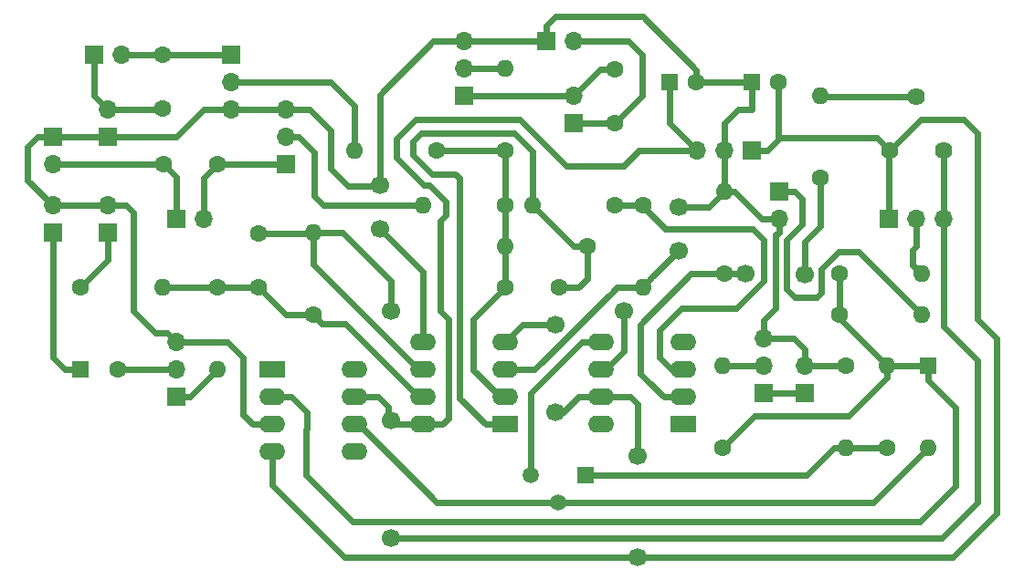
<source format=gbr>
G04 #@! TF.GenerationSoftware,KiCad,Pcbnew,(5.0.2)-1*
G04 #@! TF.CreationDate,2019-03-03T17:22:15+00:00*
G04 #@! TF.ProjectId,vca--autosaaved,7663612d-2d61-4757-946f-736161766564,rev?*
G04 #@! TF.SameCoordinates,Original*
G04 #@! TF.FileFunction,Copper,L2,Bot*
G04 #@! TF.FilePolarity,Positive*
%FSLAX46Y46*%
G04 Gerber Fmt 4.6, Leading zero omitted, Abs format (unit mm)*
G04 Created by KiCad (PCBNEW (5.0.2)-1) date 03/03/2019 17:22:15*
%MOMM*%
%LPD*%
G01*
G04 APERTURE LIST*
G04 #@! TA.AperFunction,ComponentPad*
%ADD10R,2.400000X1.600000*%
G04 #@! TD*
G04 #@! TA.AperFunction,ComponentPad*
%ADD11O,2.400000X1.600000*%
G04 #@! TD*
G04 #@! TA.AperFunction,ComponentPad*
%ADD12C,1.600000*%
G04 #@! TD*
G04 #@! TA.AperFunction,ComponentPad*
%ADD13R,1.600000X1.600000*%
G04 #@! TD*
G04 #@! TA.AperFunction,ComponentPad*
%ADD14O,1.600000X1.600000*%
G04 #@! TD*
G04 #@! TA.AperFunction,ComponentPad*
%ADD15R,1.700000X1.700000*%
G04 #@! TD*
G04 #@! TA.AperFunction,ComponentPad*
%ADD16O,1.700000X1.700000*%
G04 #@! TD*
G04 #@! TA.AperFunction,ComponentPad*
%ADD17C,1.500000*%
G04 #@! TD*
G04 #@! TA.AperFunction,ComponentPad*
%ADD18R,1.500000X1.500000*%
G04 #@! TD*
G04 #@! TA.AperFunction,ComponentPad*
%ADD19C,1.620000*%
G04 #@! TD*
G04 #@! TA.AperFunction,ViaPad*
%ADD20C,1.700000*%
G04 #@! TD*
G04 #@! TA.AperFunction,Conductor*
%ADD21C,0.600000*%
G04 #@! TD*
G04 APERTURE END LIST*
D10*
G04 #@! TO.P,U3,1*
G04 #@! TO.N,Net-(U3-Pad1)*
X23788391Y-35180250D03*
D11*
G04 #@! TO.P,U3,5*
G04 #@! TO.N,Net-(U3-Pad5)*
X31408391Y-42800250D03*
G04 #@! TO.P,U3,2*
G04 #@! TO.N,Net-(D1-Pad1)*
X23788391Y-37720250D03*
G04 #@! TO.P,U3,6*
G04 #@! TO.N,Net-(D1-Pad2)*
X31408391Y-40260250D03*
G04 #@! TO.P,U3,3*
G04 #@! TO.N,GNDREF*
X23788391Y-40260250D03*
G04 #@! TO.P,U3,7*
G04 #@! TO.N,+15V*
X31408391Y-37720250D03*
G04 #@! TO.P,U3,4*
G04 #@! TO.N,-15V*
X23788391Y-42800250D03*
G04 #@! TO.P,U3,8*
G04 #@! TO.N,Net-(U3-Pad8)*
X31408391Y-35180250D03*
G04 #@! TD*
D12*
G04 #@! TO.P,C1,2*
G04 #@! TO.N,Net-(C1-Pad2)*
X45378391Y-27560250D03*
G04 #@! TO.P,C1,1*
G04 #@! TO.N,Net-(C1-Pad1)*
X50378391Y-27560250D03*
G04 #@! TD*
G04 #@! TO.P,C2,1*
G04 #@! TO.N,Net-(C2-Pad1)*
X22518391Y-27560250D03*
G04 #@! TO.P,C2,2*
G04 #@! TO.N,Net-(C2-Pad2)*
X22518391Y-22560250D03*
G04 #@! TD*
G04 #@! TO.P,C3,2*
G04 #@! TO.N,Net-(C3-Pad2)*
X55538391Y-12320250D03*
G04 #@! TO.P,C3,1*
G04 #@! TO.N,Net-(C3-Pad1)*
X55538391Y-7320250D03*
G04 #@! TD*
G04 #@! TO.P,C4,1*
G04 #@! TO.N,Net-(C4-Pad1)*
X18708391Y-16130250D03*
G04 #@! TO.P,C4,2*
G04 #@! TO.N,Net-(C4-Pad2)*
X13708391Y-16130250D03*
G04 #@! TD*
G04 #@! TO.P,C9,1*
G04 #@! TO.N,Net-(C9-Pad1)*
X13628391Y-5970250D03*
G04 #@! TO.P,C9,2*
G04 #@! TO.N,Net-(C9-Pad2)*
X13628391Y-10970250D03*
G04 #@! TD*
D13*
G04 #@! TO.P,C12,1*
G04 #@! TO.N,Net-(C12-Pad1)*
X6008391Y-35180250D03*
D12*
G04 #@! TO.P,C12,2*
G04 #@! TO.N,Net-(C12-Pad2)*
X9508391Y-35180250D03*
G04 #@! TD*
D13*
G04 #@! TO.P,D1,1*
G04 #@! TO.N,Net-(D1-Pad1)*
X84582000Y-34798000D03*
D14*
G04 #@! TO.P,D1,2*
G04 #@! TO.N,Net-(D1-Pad2)*
X84582000Y-42418000D03*
G04 #@! TD*
D15*
G04 #@! TO.P,J1,T*
G04 #@! TO.N,GNDREF*
X8548391Y-13590250D03*
D16*
G04 #@! TO.P,J1,S*
G04 #@! TO.N,Net-(C9-Pad2)*
X8548391Y-11050250D03*
G04 #@! TD*
D15*
G04 #@! TO.P,J2,T*
G04 #@! TO.N,GNDREF*
X49188391Y-4700250D03*
D16*
G04 #@! TO.P,J2,S*
G04 #@! TO.N,Net-(C3-Pad2)*
X51728391Y-4700250D03*
G04 #@! TD*
D15*
G04 #@! TO.P,J3,T*
G04 #@! TO.N,GNDREF*
X3468391Y-13590250D03*
D16*
G04 #@! TO.P,J3,S*
G04 #@! TO.N,Net-(C4-Pad2)*
X3468391Y-16130250D03*
G04 #@! TD*
G04 #@! TO.P,J4,S*
G04 #@! TO.N,GNDREF*
X70778391Y-21210250D03*
D15*
G04 #@! TO.P,J4,T*
G04 #@! TO.N,Net-(J4-PadT)*
X70778391Y-18670250D03*
G04 #@! TD*
G04 #@! TO.P,J5,T*
G04 #@! TO.N,Net-(J5-PadT)*
X73152000Y-37338000D03*
D16*
G04 #@! TO.P,J5,S*
G04 #@! TO.N,GNDREF*
X73152000Y-34798000D03*
G04 #@! TD*
G04 #@! TO.P,J6,S*
G04 #@! TO.N,GNDREF*
X8548391Y-19940250D03*
D15*
G04 #@! TO.P,J6,T*
G04 #@! TO.N,Net-(J6-PadT)*
X8548391Y-22480250D03*
G04 #@! TD*
D16*
G04 #@! TO.P,J7,S*
G04 #@! TO.N,GNDREF*
X3468391Y-19940250D03*
D15*
G04 #@! TO.P,J7,T*
G04 #@! TO.N,Net-(C12-Pad1)*
X3468391Y-22480250D03*
G04 #@! TD*
D12*
G04 #@! TO.P,R1,1*
G04 #@! TO.N,Net-(R1-Pad1)*
X58166000Y-19939000D03*
D14*
G04 #@! TO.P,R1,2*
G04 #@! TO.N,GNDREF*
X58166000Y-27559000D03*
G04 #@! TD*
G04 #@! TO.P,R2,2*
G04 #@! TO.N,Net-(R19-PAD2-Pad2)*
X45378391Y-7240250D03*
D12*
G04 #@! TO.P,R2,1*
G04 #@! TO.N,Net-(C1-Pad2)*
X45378391Y-14860250D03*
G04 #@! TD*
G04 #@! TO.P,R3,1*
G04 #@! TO.N,Net-(J6-PadT)*
X6008391Y-27560250D03*
D14*
G04 #@! TO.P,R3,2*
G04 #@! TO.N,Net-(C2-Pad1)*
X13628391Y-27560250D03*
G04 #@! TD*
G04 #@! TO.P,R4,2*
G04 #@! TO.N,Net-(R20-PAD3-Pad2)*
X37758391Y-19940250D03*
D12*
G04 #@! TO.P,R4,1*
G04 #@! TO.N,Net-(C1-Pad2)*
X45378391Y-19940250D03*
G04 #@! TD*
G04 #@! TO.P,R5,1*
G04 #@! TO.N,Net-(R1-Pad1)*
X55538391Y-19940250D03*
D14*
G04 #@! TO.P,R5,2*
G04 #@! TO.N,Net-(C1-Pad1)*
X47918391Y-19940250D03*
G04 #@! TD*
G04 #@! TO.P,R6,2*
G04 #@! TO.N,Net-(Q1-Pad1)*
X76962000Y-42418000D03*
D12*
G04 #@! TO.P,R6,1*
G04 #@! TO.N,GNDREF*
X76962000Y-34798000D03*
G04 #@! TD*
D14*
G04 #@! TO.P,R7,2*
G04 #@! TO.N,Net-(R4-LEVEL1-Pad1)*
X18708391Y-35180250D03*
D12*
G04 #@! TO.P,R7,1*
G04 #@! TO.N,Net-(C2-Pad1)*
X18708391Y-27560250D03*
G04 #@! TD*
G04 #@! TO.P,R8,1*
G04 #@! TO.N,Net-(C2-Pad1)*
X27598391Y-30100250D03*
D14*
G04 #@! TO.P,R8,2*
G04 #@! TO.N,Net-(C2-Pad2)*
X27598391Y-22480250D03*
G04 #@! TD*
D12*
G04 #@! TO.P,R9,1*
G04 #@! TO.N,Net-(C1-Pad2)*
X39028391Y-14860250D03*
D14*
G04 #@! TO.P,R9,2*
G04 #@! TO.N,Net-(R18-PAD1-Pad2)*
X31408391Y-14860250D03*
G04 #@! TD*
D12*
G04 #@! TO.P,R10,1*
G04 #@! TO.N,Net-(R10-Pad1)*
X65698391Y-26290250D03*
D14*
G04 #@! TO.P,R10,2*
G04 #@! TO.N,GNDREF*
X65698391Y-18670250D03*
G04 #@! TD*
D12*
G04 #@! TO.P,R12,1*
G04 #@! TO.N,Net-(D1-Pad1)*
X76366391Y-30100250D03*
D14*
G04 #@! TO.P,R12,2*
G04 #@! TO.N,Net-(J4-PadT)*
X83986391Y-30100250D03*
G04 #@! TD*
G04 #@! TO.P,R13,2*
G04 #@! TO.N,Net-(R13-Pad2)*
X65532000Y-34798000D03*
D12*
G04 #@! TO.P,R13,1*
G04 #@! TO.N,Net-(D1-Pad1)*
X65532000Y-42418000D03*
G04 #@! TD*
D14*
G04 #@! TO.P,R14,2*
G04 #@! TO.N,Net-(C1-Pad2)*
X45378391Y-23750250D03*
D12*
G04 #@! TO.P,R14,1*
G04 #@! TO.N,Net-(C1-Pad1)*
X52998391Y-23750250D03*
G04 #@! TD*
D14*
G04 #@! TO.P,R15,2*
G04 #@! TO.N,Net-(R15-Pad2)*
X74588391Y-9780250D03*
D12*
G04 #@! TO.P,R15,1*
G04 #@! TO.N,Net-(R10-Pad1)*
X74588391Y-17400250D03*
G04 #@! TD*
G04 #@! TO.P,R16,1*
G04 #@! TO.N,Net-(Q1-Pad1)*
X80772000Y-42418000D03*
D14*
G04 #@! TO.P,R16,2*
G04 #@! TO.N,Net-(D1-Pad1)*
X80772000Y-34798000D03*
G04 #@! TD*
G04 #@! TO.P,R23,2*
G04 #@! TO.N,Net-(R22-INITIAL1-Pad2)*
X83986391Y-26290250D03*
D12*
G04 #@! TO.P,R23,1*
G04 #@! TO.N,Net-(D1-Pad1)*
X76366391Y-26290250D03*
G04 #@! TD*
D15*
G04 #@! TO.P,R18-PAD1,1*
G04 #@! TO.N,Net-(C9-Pad1)*
X19978391Y-5970250D03*
D16*
G04 #@! TO.P,R18-PAD1,2*
G04 #@! TO.N,Net-(R18-PAD1-Pad2)*
X19978391Y-8510250D03*
G04 #@! TO.P,R18-PAD1,3*
G04 #@! TO.N,GNDREF*
X19978391Y-11050250D03*
G04 #@! TD*
G04 #@! TO.P,R19-PAD2,3*
G04 #@! TO.N,GNDREF*
X41568391Y-4700250D03*
G04 #@! TO.P,R19-PAD2,2*
G04 #@! TO.N,Net-(R19-PAD2-Pad2)*
X41568391Y-7240250D03*
D15*
G04 #@! TO.P,R19-PAD2,1*
G04 #@! TO.N,Net-(C3-Pad1)*
X41568391Y-9780250D03*
G04 #@! TD*
G04 #@! TO.P,R20-PAD3,1*
G04 #@! TO.N,Net-(C4-Pad1)*
X25058391Y-16130250D03*
D16*
G04 #@! TO.P,R20-PAD3,2*
G04 #@! TO.N,Net-(R20-PAD3-Pad2)*
X25058391Y-13590250D03*
G04 #@! TO.P,R20-PAD3,3*
G04 #@! TO.N,GNDREF*
X25058391Y-11050250D03*
G04 #@! TD*
D15*
G04 #@! TO.P,R21-ATTEN1,1*
G04 #@! TO.N,Net-(J5-PadT)*
X69342000Y-37338000D03*
D16*
G04 #@! TO.P,R21-ATTEN1,2*
G04 #@! TO.N,Net-(R13-Pad2)*
X69342000Y-34798000D03*
G04 #@! TO.P,R21-ATTEN1,3*
G04 #@! TO.N,GNDREF*
X69342000Y-32258000D03*
G04 #@! TD*
G04 #@! TO.P,R22-INITIAL1,3*
G04 #@! TO.N,+15V*
X86018391Y-21210250D03*
G04 #@! TO.P,R22-INITIAL1,2*
G04 #@! TO.N,Net-(R22-INITIAL1-Pad2)*
X83478391Y-21210250D03*
D15*
G04 #@! TO.P,R22-INITIAL1,1*
G04 #@! TO.N,-15V*
X80938391Y-21210250D03*
G04 #@! TD*
D16*
G04 #@! TO.P,R4-LEVEL1,3*
G04 #@! TO.N,GNDREF*
X14898391Y-32640250D03*
G04 #@! TO.P,R4-LEVEL1,2*
G04 #@! TO.N,Net-(C12-Pad2)*
X14898391Y-35180250D03*
D15*
G04 #@! TO.P,R4-LEVEL1,1*
G04 #@! TO.N,Net-(R4-LEVEL1-Pad1)*
X14898391Y-37720250D03*
G04 #@! TD*
D10*
G04 #@! TO.P,U1,1*
G04 #@! TO.N,Net-(U1-Pad1)*
X61888391Y-40260250D03*
D11*
G04 #@! TO.P,U1,5*
G04 #@! TO.N,Net-(Q1-Pad3)*
X54268391Y-32640250D03*
G04 #@! TO.P,U1,2*
G04 #@! TO.N,Net-(R10-Pad1)*
X61888391Y-37720250D03*
G04 #@! TO.P,U1,6*
G04 #@! TO.N,Net-(C2-Pad2)*
X54268391Y-35180250D03*
G04 #@! TO.P,U1,3*
G04 #@! TO.N,Net-(R1-Pad1)*
X61888391Y-35180250D03*
G04 #@! TO.P,U1,7*
G04 #@! TO.N,-15V*
X54268391Y-37720250D03*
G04 #@! TO.P,U1,4*
G04 #@! TO.N,Net-(U1-Pad4)*
X61888391Y-32640250D03*
G04 #@! TO.P,U1,8*
G04 #@! TO.N,Net-(U1-Pad8)*
X54268391Y-40260250D03*
G04 #@! TD*
G04 #@! TO.P,U2,8*
G04 #@! TO.N,+15V*
X37758391Y-40260250D03*
G04 #@! TO.P,U2,4*
G04 #@! TO.N,-15V*
X45378391Y-32640250D03*
G04 #@! TO.P,U2,7*
G04 #@! TO.N,Net-(C2-Pad1)*
X37758391Y-37720250D03*
G04 #@! TO.P,U2,3*
G04 #@! TO.N,GNDREF*
X45378391Y-35180250D03*
G04 #@! TO.P,U2,6*
G04 #@! TO.N,Net-(C2-Pad2)*
X37758391Y-35180250D03*
G04 #@! TO.P,U2,2*
G04 #@! TO.N,Net-(C1-Pad2)*
X45378391Y-37720250D03*
G04 #@! TO.P,U2,5*
G04 #@! TO.N,GNDREF*
X37758391Y-32640250D03*
D10*
G04 #@! TO.P,U2,1*
G04 #@! TO.N,Net-(C1-Pad1)*
X45378391Y-40260250D03*
G04 #@! TD*
D17*
G04 #@! TO.P,Q1,2*
G04 #@! TO.N,Net-(D1-Pad2)*
X50292000Y-47498000D03*
G04 #@! TO.P,Q1,3*
G04 #@! TO.N,Net-(Q1-Pad3)*
X47752000Y-44958000D03*
D18*
G04 #@! TO.P,Q1,1*
G04 #@! TO.N,Net-(Q1-Pad1)*
X52832000Y-44958000D03*
G04 #@! TD*
D13*
G04 #@! TO.P,C13,1*
G04 #@! TO.N,+15V*
X60618391Y-8510250D03*
D12*
G04 #@! TO.P,C13,2*
G04 #@! TO.N,GNDREF*
X63118391Y-8510250D03*
G04 #@! TD*
G04 #@! TO.P,C14,2*
G04 #@! TO.N,-15V*
X70738391Y-8510250D03*
D13*
G04 #@! TO.P,C14,1*
G04 #@! TO.N,GNDREF*
X68238391Y-8510250D03*
G04 #@! TD*
D15*
G04 #@! TO.P,J8,1*
G04 #@! TO.N,-15V*
X68238391Y-14860250D03*
D16*
G04 #@! TO.P,J8,2*
G04 #@! TO.N,GNDREF*
X65698391Y-14860250D03*
G04 #@! TO.P,J8,3*
G04 #@! TO.N,+15V*
X63158391Y-14860250D03*
G04 #@! TD*
D15*
G04 #@! TO.P,SW1,1*
G04 #@! TO.N,Net-(C9-Pad2)*
X7278391Y-5970250D03*
D16*
G04 #@! TO.P,SW1,2*
G04 #@! TO.N,Net-(C9-Pad1)*
X9818391Y-5970250D03*
G04 #@! TD*
G04 #@! TO.P,SW2,2*
G04 #@! TO.N,Net-(C3-Pad1)*
X51728391Y-9780250D03*
D15*
G04 #@! TO.P,SW2,1*
G04 #@! TO.N,Net-(C3-Pad2)*
X51728391Y-12320250D03*
G04 #@! TD*
G04 #@! TO.P,SW3,1*
G04 #@! TO.N,Net-(C4-Pad2)*
X14898391Y-21210250D03*
D16*
G04 #@! TO.P,SW3,2*
G04 #@! TO.N,Net-(C4-Pad1)*
X17438391Y-21210250D03*
G04 #@! TD*
D19*
G04 #@! TO.P,R17-OFFSET-TRIM1,3*
G04 #@! TO.N,-15V*
X81018391Y-14860250D03*
G04 #@! TO.P,R17-OFFSET-TRIM1,2*
G04 #@! TO.N,Net-(R15-Pad2)*
X83518391Y-9860250D03*
G04 #@! TO.P,R17-OFFSET-TRIM1,1*
G04 #@! TO.N,+15V*
X86018391Y-14860250D03*
G04 #@! TD*
D20*
G04 #@! TO.N,Net-(C2-Pad2)*
X34798000Y-29718000D03*
X56388000Y-29718000D03*
G04 #@! TO.N,GNDREF*
X61468000Y-24130000D03*
X61468000Y-20066000D03*
X33782000Y-22098000D03*
X33782000Y-18034000D03*
G04 #@! TO.N,Net-(R10-Pad1)*
X67692250Y-26290250D03*
X73202800Y-26365200D03*
G04 #@! TO.N,-15V*
X57658000Y-52578000D03*
X57658000Y-43180000D03*
X50038000Y-39116000D03*
X50038000Y-31013400D03*
G04 #@! TO.N,+15V*
X34798000Y-50800000D03*
X34798000Y-39878000D03*
G04 #@! TD*
D21*
G04 #@! TO.N,Net-(C1-Pad2)*
X45378391Y-19940250D02*
X45378391Y-14860250D01*
X45378391Y-14860250D02*
X39028391Y-14860250D01*
X45378391Y-19940250D02*
X45378391Y-23750250D01*
X45378391Y-23750250D02*
X45378391Y-27560250D01*
X45378391Y-27560250D02*
X42458641Y-30480000D01*
X44978391Y-37720250D02*
X45378391Y-37720250D01*
X42458641Y-35200500D02*
X44978391Y-37720250D01*
X42458641Y-30480000D02*
X42458641Y-35200500D01*
G04 #@! TO.N,Net-(C1-Pad1)*
X51728391Y-23750250D02*
X47918391Y-19940250D01*
X52998391Y-23750250D02*
X51728391Y-23750250D01*
X50378391Y-27560250D02*
X52195750Y-27560250D01*
X52998391Y-26757609D02*
X52998391Y-23750250D01*
X52195750Y-27560250D02*
X52998391Y-26757609D01*
X45378391Y-40260250D02*
X44978391Y-40260250D01*
X47918391Y-14898391D02*
X47918391Y-19940250D01*
X46228000Y-13208000D02*
X47918391Y-14898391D01*
X36830000Y-13970000D02*
X37592000Y-13208000D01*
X36830000Y-15240000D02*
X36830000Y-13970000D01*
X37592000Y-13208000D02*
X46228000Y-13208000D01*
X43578391Y-40260250D02*
X41148000Y-37829859D01*
X41148000Y-37829859D02*
X41148000Y-17399000D01*
X41148000Y-17399000D02*
X40767000Y-17018000D01*
X40767000Y-17018000D02*
X38608000Y-17018000D01*
X45378391Y-40260250D02*
X43578391Y-40260250D01*
X38608000Y-17018000D02*
X36830000Y-15240000D01*
G04 #@! TO.N,Net-(C2-Pad1)*
X13628391Y-27560250D02*
X18708391Y-27560250D01*
X25058391Y-30100250D02*
X22518391Y-27560250D01*
X27598391Y-30100250D02*
X25058391Y-30100250D01*
X22518391Y-27560250D02*
X18708391Y-27560250D01*
X37358391Y-37720250D02*
X37758391Y-37720250D01*
X30538390Y-30900249D02*
X37358391Y-37720250D01*
X28398390Y-30900249D02*
X30538390Y-30900249D01*
X27598391Y-30100250D02*
X28398390Y-30900249D01*
G04 #@! TO.N,Net-(C2-Pad2)*
X22518391Y-22560250D02*
X27518391Y-22560250D01*
X37358391Y-35180250D02*
X37758391Y-35180250D01*
X27598391Y-22480250D02*
X27598391Y-25420250D01*
X27598391Y-25420250D02*
X37358391Y-35180250D01*
X54668391Y-35180250D02*
X54268391Y-35180250D01*
X34798000Y-29718000D02*
X34798000Y-26924000D01*
X30354250Y-22480250D02*
X27598391Y-22480250D01*
X34798000Y-26924000D02*
X30354250Y-22480250D01*
X56388000Y-29718000D02*
X56388000Y-33460641D01*
X56388000Y-33460641D02*
X54668391Y-35180250D01*
G04 #@! TO.N,Net-(C3-Pad2)*
X51728391Y-12320250D02*
X55538391Y-12320250D01*
X56808391Y-4700250D02*
X58078391Y-5970250D01*
X58078391Y-5970250D02*
X58078391Y-9780250D01*
X58078391Y-9780250D02*
X55538391Y-12320250D01*
X51728391Y-4700250D02*
X56808391Y-4700250D01*
G04 #@! TO.N,Net-(C3-Pad1)*
X54188391Y-7320250D02*
X51728391Y-9780250D01*
X55538391Y-7320250D02*
X54188391Y-7320250D01*
X51728391Y-9780250D02*
X41568391Y-9780250D01*
G04 #@! TO.N,Net-(C4-Pad1)*
X18708391Y-16130250D02*
X25058391Y-16130250D01*
X17438391Y-17400250D02*
X18708391Y-16130250D01*
X17438391Y-21210250D02*
X17438391Y-17400250D01*
G04 #@! TO.N,Net-(C4-Pad2)*
X3468391Y-16130250D02*
X13708391Y-16130250D01*
X14898391Y-17320250D02*
X13708391Y-16130250D01*
X14898391Y-21210250D02*
X14898391Y-17320250D01*
G04 #@! TO.N,Net-(C9-Pad1)*
X13628391Y-5970250D02*
X19978391Y-5970250D01*
X13628391Y-5970250D02*
X9818391Y-5970250D01*
G04 #@! TO.N,Net-(C9-Pad2)*
X13548391Y-11050250D02*
X13628391Y-10970250D01*
X8548391Y-11050250D02*
X13548391Y-11050250D01*
X7278391Y-9780250D02*
X8548391Y-11050250D01*
X7278391Y-5970250D02*
X7278391Y-9780250D01*
G04 #@! TO.N,Net-(C12-Pad1)*
X4608391Y-35180250D02*
X6008391Y-35180250D01*
X3468391Y-34040250D02*
X4608391Y-35180250D01*
X3468391Y-22480250D02*
X3468391Y-34040250D01*
G04 #@! TO.N,Net-(C12-Pad2)*
X14898391Y-35180250D02*
X9508391Y-35180250D01*
G04 #@! TO.N,Net-(D1-Pad1)*
X84582000Y-34798000D02*
X80772000Y-34798000D01*
X76366391Y-26290250D02*
X76366391Y-30100250D01*
X80772000Y-35929370D02*
X77216000Y-39485370D01*
X80772000Y-34798000D02*
X80772000Y-35929370D01*
X68464630Y-39485370D02*
X65532000Y-42418000D01*
X77216000Y-39485370D02*
X68464630Y-39485370D01*
X23788391Y-37720250D02*
X25588391Y-37720250D01*
X26924000Y-40745343D02*
X26924000Y-44958000D01*
X26924000Y-44958000D02*
X31242000Y-49276000D01*
X25588391Y-37720250D02*
X26984141Y-39116000D01*
X26984141Y-39116000D02*
X26984141Y-40685202D01*
X26984141Y-40685202D02*
X26924000Y-40745343D01*
X31242000Y-49276000D02*
X83820000Y-49276000D01*
X83820000Y-49276000D02*
X85852000Y-47244000D01*
X84582000Y-36198000D02*
X84582000Y-34798000D01*
X87122000Y-38738000D02*
X84582000Y-36198000D01*
X87122000Y-45974000D02*
X87122000Y-38738000D01*
X85852000Y-47244000D02*
X87122000Y-45974000D01*
X76366391Y-30392391D02*
X76366391Y-30100250D01*
X80772000Y-34798000D02*
X76366391Y-30392391D01*
G04 #@! TO.N,Net-(D1-Pad2)*
X31808391Y-40260250D02*
X31408391Y-40260250D01*
X39046141Y-47498000D02*
X31808391Y-40260250D01*
X50292000Y-47498000D02*
X39046141Y-47498000D01*
X79502000Y-47498000D02*
X84582000Y-42418000D01*
X50292000Y-47498000D02*
X79502000Y-47498000D01*
G04 #@! TO.N,GNDREF*
X3468391Y-13590250D02*
X8548391Y-13590250D01*
X8548391Y-13590250D02*
X14898391Y-13590250D01*
X14898391Y-13590250D02*
X17438391Y-11050250D01*
X17438391Y-11050250D02*
X19978391Y-11050250D01*
X25058391Y-11050250D02*
X19978391Y-11050250D01*
X63118391Y-8510250D02*
X68238391Y-8510250D01*
X68238391Y-8510250D02*
X68238391Y-11050250D01*
X68238391Y-11050250D02*
X66968391Y-11050250D01*
X65698391Y-12320250D02*
X65698391Y-14860250D01*
X66968391Y-11050250D02*
X65698391Y-12320250D01*
X2018391Y-13590250D02*
X1130641Y-14478000D01*
X3468391Y-13590250D02*
X2018391Y-13590250D01*
X1130641Y-17602500D02*
X3468391Y-19940250D01*
X1130641Y-14478000D02*
X1130641Y-17602500D01*
X8548391Y-19940250D02*
X3468391Y-19940250D01*
X10288250Y-19940250D02*
X8548391Y-19940250D01*
X10922000Y-20574000D02*
X10288250Y-19940250D01*
X10922000Y-29718000D02*
X10922000Y-20574000D01*
X12994251Y-31790251D02*
X10922000Y-29718000D01*
X14898391Y-32640250D02*
X14048392Y-31790251D01*
X14048392Y-31790251D02*
X12994251Y-31790251D01*
X19686250Y-32640250D02*
X14898391Y-32640250D01*
X21082000Y-34036000D02*
X19686250Y-32640250D01*
X21082000Y-39353859D02*
X21082000Y-34036000D01*
X23788391Y-40260250D02*
X21988391Y-40260250D01*
X21988391Y-40260250D02*
X21082000Y-39353859D01*
X63118391Y-7378880D02*
X58142521Y-2403010D01*
X63118391Y-8510250D02*
X63118391Y-7378880D01*
X49188391Y-3250250D02*
X49188391Y-4700250D01*
X50035631Y-2403010D02*
X49188391Y-3250250D01*
X58142521Y-2403010D02*
X50035631Y-2403010D01*
X41568391Y-4700250D02*
X49188391Y-4700250D01*
X66676250Y-18670250D02*
X65698391Y-18670250D01*
X70778391Y-21210250D02*
X69216250Y-21210250D01*
X69216250Y-21210250D02*
X66676250Y-18670250D01*
X65698391Y-14860250D02*
X65698391Y-18670250D01*
X76962000Y-34798000D02*
X73152000Y-34798000D01*
X73152000Y-34798000D02*
X73152000Y-33274000D01*
X73152000Y-33274000D02*
X72136000Y-32258000D01*
X72136000Y-32258000D02*
X69342000Y-32258000D01*
X37758391Y-32640250D02*
X37758391Y-31240250D01*
X58878390Y-26760251D02*
X58878390Y-26719610D01*
X58078391Y-27560250D02*
X58878390Y-26760251D01*
X58878390Y-26719610D02*
X61468000Y-24130000D01*
X64302641Y-20066000D02*
X65698391Y-18670250D01*
X61468000Y-20066000D02*
X64302641Y-20066000D01*
X41568391Y-4700250D02*
X38733750Y-4700250D01*
X33782000Y-9652000D02*
X33782000Y-18122010D01*
X38733750Y-4700250D02*
X33782000Y-9652000D01*
X25058391Y-11050250D02*
X27306250Y-11050250D01*
X27306250Y-11050250D02*
X29210000Y-12954000D01*
X29210000Y-12954000D02*
X29210000Y-16510000D01*
X30822010Y-18122010D02*
X33782000Y-18122010D01*
X29210000Y-16510000D02*
X30822010Y-18122010D01*
X69342000Y-32258000D02*
X69342000Y-30607000D01*
X69342000Y-30607000D02*
X70485000Y-29464000D01*
X70485000Y-29464000D02*
X70485000Y-23749000D01*
X70485000Y-23749000D02*
X70485000Y-22606000D01*
X70778391Y-22412331D02*
X70778391Y-21210250D01*
X70584722Y-22606000D02*
X70778391Y-22412331D01*
X70485000Y-22606000D02*
X70584722Y-22606000D01*
X37758391Y-26074391D02*
X37758391Y-27178000D01*
X33782000Y-22098000D02*
X37758391Y-26074391D01*
X37758391Y-31240250D02*
X37758391Y-27178000D01*
X48131750Y-35180250D02*
X48387000Y-34925000D01*
X45378391Y-35180250D02*
X48131750Y-35180250D01*
X55753000Y-27559000D02*
X55372000Y-27940000D01*
X58166000Y-27559000D02*
X55753000Y-27559000D01*
X55626000Y-27686000D02*
X55372000Y-27940000D01*
X55372000Y-27940000D02*
X48387000Y-34925000D01*
G04 #@! TO.N,Net-(J4-PadT)*
X71497999Y-23117001D02*
X72898000Y-21717000D01*
X71497999Y-27301999D02*
X71497999Y-23117001D01*
X71501000Y-27305000D02*
X71497999Y-27301999D01*
X71501000Y-27686000D02*
X71501000Y-27305000D01*
X72898000Y-21717000D02*
X72898000Y-19339859D01*
X72263000Y-28448000D02*
X71501000Y-27686000D01*
X83986391Y-30100250D02*
X78117741Y-24231600D01*
X78117741Y-24231600D02*
X76279039Y-24231600D01*
X72228391Y-18670250D02*
X70778391Y-18670250D01*
X76279039Y-24231600D02*
X74702801Y-25807838D01*
X74702801Y-25807838D02*
X74702801Y-28040199D01*
X74702801Y-28040199D02*
X74295000Y-28448000D01*
X72898000Y-19339859D02*
X72228391Y-18670250D01*
X74295000Y-28448000D02*
X72263000Y-28448000D01*
G04 #@! TO.N,Net-(J5-PadT)*
X73152000Y-37338000D02*
X69342000Y-37338000D01*
G04 #@! TO.N,Net-(J6-PadT)*
X8548391Y-25020250D02*
X8548391Y-22480250D01*
X6008391Y-27560250D02*
X8548391Y-25020250D01*
G04 #@! TO.N,Net-(Q1-Pad3)*
X52468391Y-32640250D02*
X54268391Y-32640250D01*
X47752000Y-37356641D02*
X52468391Y-32640250D01*
X47752000Y-44958000D02*
X47752000Y-37356641D01*
G04 #@! TO.N,Net-(Q1-Pad1)*
X80772000Y-42418000D02*
X76962000Y-42418000D01*
X54182000Y-44958000D02*
X52832000Y-44958000D01*
X73290630Y-44958000D02*
X54182000Y-44958000D01*
X75830630Y-42418000D02*
X73290630Y-44958000D01*
X76962000Y-42418000D02*
X75830630Y-42418000D01*
G04 #@! TO.N,Net-(R1-Pad1)*
X58078391Y-19940250D02*
X55538391Y-19940250D01*
X60236141Y-22098000D02*
X58078391Y-19940250D01*
X68326000Y-22098000D02*
X60236141Y-22098000D01*
X69342000Y-23114000D02*
X68326000Y-22098000D01*
X69342000Y-26924000D02*
X69342000Y-23114000D01*
X61722000Y-29464000D02*
X66802000Y-29464000D01*
X61888391Y-35180250D02*
X61488391Y-35180250D01*
X61488391Y-35180250D02*
X61362641Y-35306000D01*
X61362641Y-35306000D02*
X60960000Y-35306000D01*
X60960000Y-35306000D02*
X59690000Y-34036000D01*
X66802000Y-29464000D02*
X69342000Y-26924000D01*
X59690000Y-34036000D02*
X59690000Y-31496000D01*
X59690000Y-31496000D02*
X61722000Y-29464000D01*
G04 #@! TO.N,Net-(R19-PAD2-Pad2)*
X41568391Y-7240250D02*
X45378391Y-7240250D01*
G04 #@! TO.N,Net-(R20-PAD3-Pad2)*
X25058391Y-13590250D02*
X26290250Y-13590250D01*
X26290250Y-13590250D02*
X27686000Y-14986000D01*
X27686000Y-14986000D02*
X27686000Y-19050000D01*
X28576250Y-19940250D02*
X37758391Y-19940250D01*
X27686000Y-19050000D02*
X28576250Y-19940250D01*
G04 #@! TO.N,Net-(R4-LEVEL1-Pad1)*
X16168391Y-37720250D02*
X18708391Y-35180250D01*
X14898391Y-37720250D02*
X16168391Y-37720250D01*
G04 #@! TO.N,Net-(R18-PAD1-Pad2)*
X29250641Y-8510250D02*
X31408391Y-10668000D01*
X19978391Y-8510250D02*
X29250641Y-8510250D01*
X31408391Y-10668000D02*
X31408391Y-14860250D01*
G04 #@! TO.N,Net-(R10-Pad1)*
X65698391Y-26290250D02*
X67692250Y-26290250D01*
X74588391Y-18531620D02*
X74588391Y-17400250D01*
X74588391Y-21863703D02*
X74588391Y-18531620D01*
X60088391Y-37720250D02*
X58674000Y-36305859D01*
X61888391Y-37720250D02*
X60088391Y-37720250D01*
X58674000Y-36305859D02*
X58657859Y-36305859D01*
X57912000Y-35560000D02*
X57912000Y-30988000D01*
X62609750Y-26290250D02*
X65698391Y-26290250D01*
X58657859Y-36305859D02*
X57912000Y-35560000D01*
X57912000Y-30988000D02*
X62609750Y-26290250D01*
X74588391Y-21863703D02*
X74588391Y-21880809D01*
X74588391Y-21880809D02*
X73202800Y-23266400D01*
X73202800Y-23266400D02*
X73202800Y-26365200D01*
G04 #@! TO.N,Net-(R13-Pad2)*
X69342000Y-34798000D02*
X65532000Y-34798000D01*
G04 #@! TO.N,Net-(R15-Pad2)*
X74668391Y-9860250D02*
X74588391Y-9780250D01*
X83518391Y-9860250D02*
X74668391Y-9860250D01*
G04 #@! TO.N,Net-(R22-INITIAL1-Pad2)*
X83186392Y-25490251D02*
X83186392Y-24052408D01*
X83986391Y-26290250D02*
X83186392Y-25490251D01*
X83478391Y-23760409D02*
X83478391Y-21210250D01*
X83186392Y-24052408D02*
X83478391Y-23760409D01*
G04 #@! TO.N,-15V*
X80938391Y-21210250D02*
X80938391Y-14940250D01*
X80938391Y-14940250D02*
X81018391Y-14860250D01*
X69688391Y-14860250D02*
X68238391Y-14860250D01*
X70738391Y-13810250D02*
X69688391Y-14860250D01*
X70764140Y-13690251D02*
X70738391Y-13716000D01*
X79848392Y-13690251D02*
X70764140Y-13690251D01*
X81018391Y-14860250D02*
X79848392Y-13690251D01*
X70738391Y-8510250D02*
X70738391Y-13716000D01*
X70738391Y-13716000D02*
X70738391Y-13810250D01*
X23788391Y-42800250D02*
X23788391Y-45886391D01*
X23788391Y-45886391D02*
X30480000Y-52578000D01*
X30480000Y-52578000D02*
X57658000Y-52578000D01*
X57024250Y-37720250D02*
X54268391Y-37720250D01*
X57658000Y-38354000D02*
X57024250Y-37720250D01*
X54268391Y-37720250D02*
X52195750Y-37720250D01*
X52195750Y-37720250D02*
X50800000Y-39116000D01*
X50800000Y-39116000D02*
X50038000Y-39116000D01*
X90932000Y-48514000D02*
X86868000Y-52578000D01*
X81018391Y-14860250D02*
X83940641Y-11938000D01*
X83940641Y-11938000D02*
X87884000Y-11938000D01*
X87884000Y-11938000D02*
X89154000Y-13208000D01*
X86868000Y-52578000D02*
X57658000Y-52578000D01*
X89154000Y-13208000D02*
X89154000Y-30480000D01*
X89154000Y-30480000D02*
X90932000Y-32258000D01*
X90932000Y-32258000D02*
X90932000Y-48514000D01*
X57658000Y-41148000D02*
X57658000Y-43180000D01*
X57658000Y-41148000D02*
X57658000Y-38354000D01*
X47005241Y-31013400D02*
X50038000Y-31013400D01*
X45378391Y-32640250D02*
X47005241Y-31013400D01*
G04 #@! TO.N,+15V*
X86018391Y-14860250D02*
X86018391Y-21210250D01*
X60618391Y-12320250D02*
X63158391Y-14860250D01*
X60618391Y-8510250D02*
X60618391Y-12320250D01*
X37758391Y-40260250D02*
X35434250Y-40260250D01*
X35434250Y-40260250D02*
X34544000Y-39370000D01*
X34544000Y-39370000D02*
X34544000Y-38608000D01*
X33656250Y-37720250D02*
X31408391Y-37720250D01*
X34544000Y-38608000D02*
X33656250Y-37720250D01*
X39370000Y-29718000D02*
X39370000Y-21336000D01*
X40132000Y-30480000D02*
X39370000Y-29718000D01*
X39370000Y-21336000D02*
X39878000Y-20828000D01*
X40132000Y-39686641D02*
X40132000Y-30480000D01*
X37758391Y-40260250D02*
X39558391Y-40260250D01*
X39558391Y-40260250D02*
X40132000Y-39686641D01*
X39878000Y-20828000D02*
X39878000Y-19558000D01*
X39878000Y-19558000D02*
X38354000Y-18034000D01*
X37846000Y-18034000D02*
X36830000Y-17018000D01*
X38354000Y-18034000D02*
X37846000Y-18034000D01*
X37084000Y-17272000D02*
X36830000Y-17018000D01*
X57783750Y-14860250D02*
X63158391Y-14860250D01*
X56388000Y-16256000D02*
X57783750Y-14860250D01*
X35306000Y-15494000D02*
X35306000Y-13716000D01*
X36830000Y-17018000D02*
X35306000Y-15494000D01*
X35306000Y-13716000D02*
X37084000Y-11938000D01*
X37084000Y-11938000D02*
X46736000Y-11938000D01*
X46736000Y-11938000D02*
X51054000Y-16256000D01*
X51054000Y-16256000D02*
X56388000Y-16256000D01*
X86018391Y-25908000D02*
X86018391Y-21210250D01*
X86018391Y-31154391D02*
X86018391Y-25908000D01*
X89154000Y-34290000D02*
X86018391Y-31154391D01*
X89154000Y-47498000D02*
X89154000Y-34290000D01*
X85852000Y-50800000D02*
X89154000Y-47498000D01*
X34798000Y-50800000D02*
X85852000Y-50800000D01*
G04 #@! TD*
M02*

</source>
